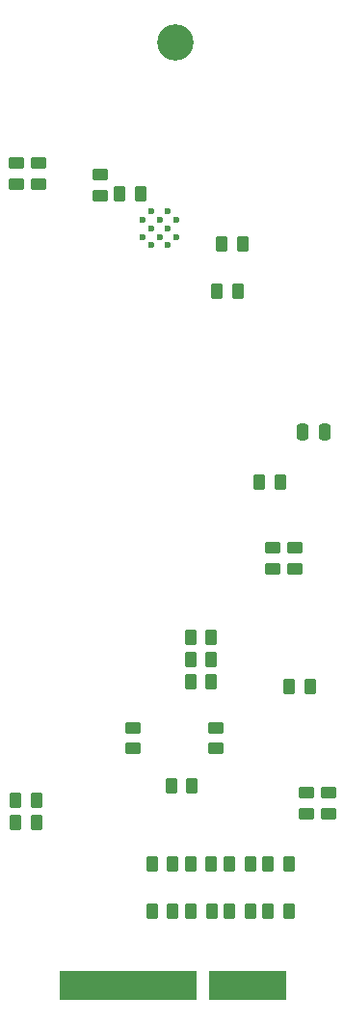
<source format=gbs>
%TF.GenerationSoftware,KiCad,Pcbnew,8.0.1-rc1*%
%TF.CreationDate,2024-08-06T22:31:27-04:00*%
%TF.ProjectId,SoM_ESP32_v1,536f4d5f-4553-4503-9332-5f76312e6b69,rev?*%
%TF.SameCoordinates,Original*%
%TF.FileFunction,Soldermask,Bot*%
%TF.FilePolarity,Negative*%
%FSLAX46Y46*%
G04 Gerber Fmt 4.6, Leading zero omitted, Abs format (unit mm)*
G04 Created by KiCad (PCBNEW 8.0.1-rc1) date 2024-08-06 22:31:27*
%MOMM*%
%LPD*%
G01*
G04 APERTURE LIST*
G04 Aperture macros list*
%AMRoundRect*
0 Rectangle with rounded corners*
0 $1 Rounding radius*
0 $2 $3 $4 $5 $6 $7 $8 $9 X,Y pos of 4 corners*
0 Add a 4 corners polygon primitive as box body*
4,1,4,$2,$3,$4,$5,$6,$7,$8,$9,$2,$3,0*
0 Add four circle primitives for the rounded corners*
1,1,$1+$1,$2,$3*
1,1,$1+$1,$4,$5*
1,1,$1+$1,$6,$7*
1,1,$1+$1,$8,$9*
0 Add four rect primitives between the rounded corners*
20,1,$1+$1,$2,$3,$4,$5,0*
20,1,$1+$1,$4,$5,$6,$7,0*
20,1,$1+$1,$6,$7,$8,$9,0*
20,1,$1+$1,$8,$9,$2,$3,0*%
G04 Aperture macros list end*
%ADD10C,0.100000*%
%ADD11RoundRect,0.250000X0.262500X0.450000X-0.262500X0.450000X-0.262500X-0.450000X0.262500X-0.450000X0*%
%ADD12C,0.600000*%
%ADD13C,3.200000*%
%ADD14RoundRect,0.250000X-0.262500X-0.450000X0.262500X-0.450000X0.262500X0.450000X-0.262500X0.450000X0*%
%ADD15RoundRect,0.250000X-0.450000X0.262500X-0.450000X-0.262500X0.450000X-0.262500X0.450000X0.262500X0*%
%ADD16RoundRect,0.250000X0.450000X-0.262500X0.450000X0.262500X-0.450000X0.262500X-0.450000X-0.262500X0*%
%ADD17RoundRect,0.250000X-0.250000X-0.475000X0.250000X-0.475000X0.250000X0.475000X-0.250000X0.475000X0*%
G04 APERTURE END LIST*
D10*
%TO.C,J201*%
X137825000Y-139075000D02*
X125875000Y-139075000D01*
X125875000Y-136575000D01*
X137825000Y-136575000D01*
X137825000Y-139075000D01*
G36*
X137825000Y-139075000D02*
G01*
X125875000Y-139075000D01*
X125875000Y-136575000D01*
X137825000Y-136575000D01*
X137825000Y-139075000D01*
G37*
X145725000Y-139075000D02*
X139025000Y-139075000D01*
X139025000Y-136575000D01*
X145725000Y-136575000D01*
X145725000Y-139075000D01*
G36*
X145725000Y-139075000D02*
G01*
X139025000Y-139075000D01*
X139025000Y-136575000D01*
X145725000Y-136575000D01*
X145725000Y-139075000D01*
G37*
%TD*%
D11*
%TO.C,R316*%
X145262500Y-93725000D03*
X143437500Y-93725000D03*
%TD*%
D12*
%TO.C,U701*%
X133150000Y-70640000D03*
X133150000Y-72140000D03*
X133900000Y-69890000D03*
X133900000Y-71390000D03*
X133900000Y-72890000D03*
X134650000Y-70640000D03*
X134650000Y-72140000D03*
X135400000Y-69890000D03*
X135400000Y-71390000D03*
X135400000Y-72890000D03*
X136150000Y-70640000D03*
X136150000Y-72140000D03*
%TD*%
D13*
%TO.C,REF\u002A\u002A*%
X136000000Y-55050000D03*
%TD*%
D11*
%TO.C,R313*%
X139212500Y-107300000D03*
X137387500Y-107300000D03*
%TD*%
%TO.C,R303*%
X139212500Y-109225000D03*
X137387500Y-109225000D03*
%TD*%
D14*
%TO.C,C310*%
X146037500Y-111625000D03*
X147862500Y-111625000D03*
%TD*%
D11*
%TO.C,C301*%
X137487500Y-120325000D03*
X135662500Y-120325000D03*
%TD*%
%TO.C,R601*%
X141952500Y-72730000D03*
X140127500Y-72730000D03*
%TD*%
D15*
%TO.C,C309*%
X144625000Y-99462500D03*
X144625000Y-101287500D03*
%TD*%
D11*
%TO.C,R309*%
X135825000Y-131400000D03*
X134000000Y-131400000D03*
%TD*%
D15*
%TO.C,C401*%
X147575000Y-120950000D03*
X147575000Y-122775000D03*
%TD*%
D11*
%TO.C,R304*%
X139212500Y-111175000D03*
X137387500Y-111175000D03*
%TD*%
D15*
%TO.C,R607*%
X129400000Y-66687500D03*
X129400000Y-68512500D03*
%TD*%
D16*
%TO.C,C603*%
X124000000Y-67512500D03*
X124000000Y-65687500D03*
%TD*%
D11*
%TO.C,C404*%
X123850000Y-121650000D03*
X122025000Y-121650000D03*
%TD*%
D14*
%TO.C,R307*%
X144187500Y-127200000D03*
X146012500Y-127200000D03*
%TD*%
D11*
%TO.C,C403*%
X123850000Y-123550000D03*
X122025000Y-123550000D03*
%TD*%
D14*
%TO.C,R306*%
X137387500Y-127200000D03*
X139212500Y-127200000D03*
%TD*%
%TO.C,R310*%
X137412500Y-131400000D03*
X139237500Y-131400000D03*
%TD*%
%TO.C,R308*%
X133975000Y-127200000D03*
X135800000Y-127200000D03*
%TD*%
%TO.C,R312*%
X140800000Y-131400000D03*
X142625000Y-131400000D03*
%TD*%
D15*
%TO.C,C308*%
X146525000Y-99462500D03*
X146525000Y-101287500D03*
%TD*%
D14*
%TO.C,R305*%
X140787500Y-127200000D03*
X142612500Y-127200000D03*
%TD*%
D15*
%TO.C,R315*%
X139600000Y-115237500D03*
X139600000Y-117062500D03*
%TD*%
D16*
%TO.C,C604*%
X122050000Y-67512500D03*
X122050000Y-65687500D03*
%TD*%
D14*
%TO.C,C602*%
X131150000Y-68350000D03*
X132975000Y-68350000D03*
%TD*%
D15*
%TO.C,R314*%
X132275000Y-115237500D03*
X132275000Y-117062500D03*
%TD*%
%TO.C,C402*%
X149475000Y-120975000D03*
X149475000Y-122800000D03*
%TD*%
D11*
%TO.C,R602*%
X141525000Y-76900000D03*
X139700000Y-76900000D03*
%TD*%
D17*
%TO.C,C503*%
X147250000Y-89300000D03*
X149150000Y-89300000D03*
%TD*%
D11*
%TO.C,R311*%
X145987500Y-131400000D03*
X144162500Y-131400000D03*
%TD*%
M02*

</source>
